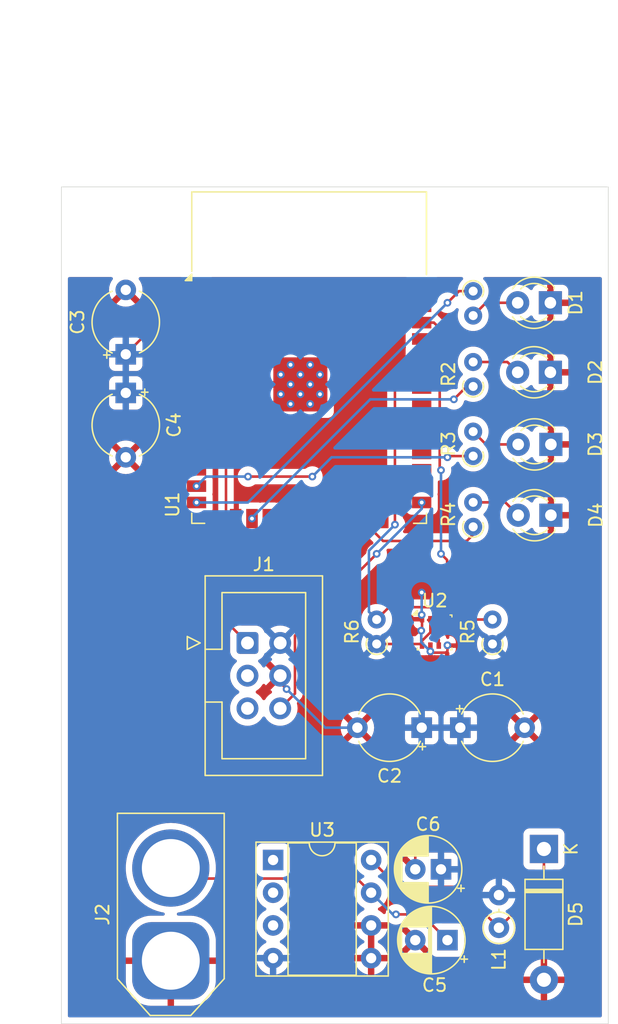
<source format=kicad_pcb>
(kicad_pcb (version 20240108) (generator "pcbnew") (generator_version "8.0")
  (layers (0 "F.Cu" signal) (31 "B.Cu" signal) (34 "B.Paste" user) (35 "F.Paste" user) (36 "B.SilkS" user "B.Silkscreen") (37 "F.SilkS" user "F.Silkscreen") (38 "B.Mask" user) (39 "F.Mask" user) (44 "Edge.Cuts" user))
  (net 0 "")
  (net 1 "+3.3V")
  (net 2 "GND")
  (net 3 "Net-(J2-Pin_2)")
  (net 4 "Net-(D1-A)")
  (net 5 "Net-(D2-A)")
  (net 6 "Net-(D3-A)")
  (net 7 "Net-(D4-A)")
  (net 8 "Net-(D5-K)")
  (net 11 "/IO0")
  (net 12 "/EN")
  (net 13 "Net-(U1-IO12)")
  (net 14 "Net-(U1-IO13)")
  (net 15 "Net-(U1-IO14)")
  (net 16 "Net-(U1-IO15)")
  (net 17 "/SCL")
  (net 18 "/SDA")
  (footprint "Capacitor_THT:CP_Radial_D5.0mm_P2.00mm" (layer "F.Cu") (at 124 75.5 180)
    (property "Reference" "C6" (at 1 3.5 0) (layer "F.SilkS"))
    (property "Value" "120uF")
    (pad "1" thru_hole rect (at 0 0 180) (size 1.6 1.6) (drill 0.8) (layers "*.Cu" "*.Mask") (net 1 "+3.3V"))
    (pad "2" thru_hole circle (at 2 0 180) (size 1.6 1.6) (drill 0.8) (layers "*.Cu" "*.Mask") (net 2 "GND"))
  )
  (footprint "Capacitor_THT:CP_Radial_Tantal_D5.0mm_P5.00mm" (layer "F.Cu") (at 99.5 38.5 -90)
    (property "Reference" "C4" (at 2.5 -3.75 90) (layer "F.SilkS"))
    (property "Value" "0.1uF")
    (pad "1" thru_hole rect (at 0 0 270) (size 1.6 1.6) (drill 0.8) (layers "*.Cu" "*.Mask") (net 1 "+3.3V"))
    (pad "2" thru_hole circle (at 5 0 270) (size 1.6 1.6) (drill 0.8) (layers "*.Cu" "*.Mask") (net 2 "GND"))
  )
  (footprint "Package_LGA:Bosch_LGA-8_2.5x2.5mm_P0.65mm_ClockwisePinNumbering" (layer "F.Cu") (at 123.5 57.1)
    (property "Reference" "U2" (at 0.015 -2.465 0) (layer "F.SilkS"))
    (property "Value" "BME280")
    (pad "1" smd rect (at -0.975 -1.025 90) (size 0.5 0.35) (layers "F.Cu" "F.Paste" "F.Mask") (net 2 "GND"))
    (pad "2" smd rect (at -0.325 -1.025 90) (size 0.5 0.35) (layers "F.Cu" "F.Paste" "F.Mask") (net 1 "+3.3V"))
    (pad "3" smd rect (at 0.325 -1.025 90) (size 0.5 0.35) (layers "F.Cu" "F.Paste" "F.Mask") (net 18 "/SDA"))
    (pad "4" smd rect (at 0.975 -1.025 90) (size 0.5 0.35) (layers "F.Cu" "F.Paste" "F.Mask") (net 17 "/SCL"))
    (pad "5" smd rect (at 0.975 1.025 90) (size 0.5 0.35) (layers "F.Cu" "F.Paste" "F.Mask") (net 2 "GND"))
    (pad "6" smd rect (at 0.325 1.025 90) (size 0.5 0.35) (layers "F.Cu" "F.Paste" "F.Mask") (net 1 "+3.3V"))
    (pad "7" smd rect (at -0.325 1.025 90) (size 0.5 0.35) (layers "F.Cu" "F.Paste" "F.Mask") (net 2 "GND"))
    (pad "8" smd rect (at -0.975 1.025 90) (size 0.5 0.35) (layers "F.Cu" "F.Paste" "F.Mask") (net 1 "+3.3V"))
  )
  (footprint "Inductor_THT:L_Axial_L5.3mm_D2.2mm_P2.54mm_Vertical_Vishay_IM-1" (layer "F.Cu") (at 128.5 80.04 90)
    (property "Reference" "L1" (at -2.46 0 90) (layer "F.SilkS"))
    (property "Value" "100uH")
    (pad "1" thru_hole circle (at 0 0 90) (size 1.6 1.6) (drill 0.8) (layers "*.Cu" "*.Mask") (net 8 "Net-(D5-K)"))
    (pad "2" thru_hole oval (at 2.54 0 90) (size 1.6 1.6) (drill 0.8) (layers "*.Cu" "*.Mask") (net 1 "+3.3V"))
  )
  (footprint "LED_THT:LED_D3.0mm" (layer "F.Cu") (at 132.5 36.9 180)
    (property "Reference" "D2" (at -3.5 0 90) (layer "F.SilkS"))
    (property "Value" "LED")
    (pad "1" thru_hole rect (at 0 0 180) (size 1.8 1.8) (drill 0.9) (layers "*.Cu" "*.Mask") (net 2 "GND"))
    (pad "2" thru_hole circle (at 2.54 0 180) (size 1.8 1.8) (drill 0.9) (layers "*.Cu" "*.Mask") (net 5 "Net-(D2-A)"))
  )
  (footprint "Connector_IDC:IDC-Header_2x03_P2.54mm_Vertical" (layer "F.Cu") (at 108.96 57.92)
    (property "Reference" "J1" (at 1.27 -6.1 0) (layer "F.SilkS"))
    (property "Value" "Conn_02x03_Odd_Even")
    (pad "1" thru_hole roundrect (at 0 0) (size 1.7 1.7) (drill 1) (layers "*.Cu" "*.Mask") (roundrect_rratio 0.147059) (net 12 "/EN"))
    (pad "2" thru_hole circle (at 2.54 0) (size 1.7 1.7) (drill 1) (layers "*.Cu" "*.Mask") (net 1 "+3.3V"))
    (pad "3" thru_hole circle (at 0 2.54) (size 1.7 1.7) (drill 1) (layers "*.Cu" "*.Mask"))
    (pad "4" thru_hole circle (at 2.54 2.54) (size 1.7 1.7) (drill 1) (layers "*.Cu" "*.Mask") (net 2 "GND"))
    (pad "5" thru_hole circle (at 0 5.08) (size 1.7 1.7) (drill 1) (layers "*.Cu" "*.Mask"))
    (pad "6" thru_hole circle (at 2.54 5.08) (size 1.7 1.7) (drill 1) (layers "*.Cu" "*.Mask") (net 11 "/IO0"))
  )
  (footprint "Diode_THT:D_DO-41_SOD81_P10.16mm_Horizontal" (layer "F.Cu") (at 132 73.92 -90)
    (property "Reference" "D5" (at 5.08 -2.47 90) (layer "F.SilkS"))
    (property "Value" "1N5817")
    (fp_text user "K" (at 0 -2.1 90) (layer "F.SilkS"))
    (pad "1" thru_hole rect (at 0 0 270) (size 2.2 2.2) (drill 1.1) (layers "*.Cu" "*.Mask") (net 8 "Net-(D5-K)"))
    (pad "2" thru_hole oval (at 10.16 0 270) (size 2.2 2.2) (drill 1.1) (layers "*.Cu" "*.Mask") (net 2 "GND"))
  )
  (footprint "Capacitor_THT:CP_Radial_Tantal_D5.0mm_P5.00mm" (layer "F.Cu") (at 99.5 35.5 90)
    (property "Reference" "C3" (at 2.5 -3.75 90) (layer "F.SilkS"))
    (property "Value" "1.0uF")
    (pad "1" thru_hole rect (at 0 0 90) (size 1.6 1.6) (drill 0.8) (layers "*.Cu" "*.Mask") (net 1 "+3.3V"))
    (pad "2" thru_hole circle (at 5 0 90) (size 1.6 1.6) (drill 0.8) (layers "*.Cu" "*.Mask") (net 2 "GND"))
  )
  (footprint "Resistor_THT:R_Axial_DIN0204_L3.6mm_D1.6mm_P1.90mm_Vertical" (layer "F.Cu") (at 126.5 38 90)
    (property "Reference" "R2" (at 0.95 -1.92 90) (layer "F.SilkS"))
    (property "Value" "130")
    (pad "1" thru_hole circle (at 0 0 90) (size 1.4 1.4) (drill 0.7) (layers "*.Cu" "*.Mask") (net 14 "Net-(U1-IO13)"))
    (pad "2" thru_hole oval (at 1.9 0 90) (size 1.4 1.4) (drill 0.7) (layers "*.Cu" "*.Mask") (net 5 "Net-(D2-A)"))
  )
  (footprint "RF_Module:ESP32-WROOM-32" (layer "F.Cu") (at 113.75 38.75)
    (property "Reference" "U1" (at -10.61 8.43 90) (layer "F.SilkS"))
    (property "Value" "ESP32-WROOM-32")
    (pad "1" smd rect (at -8.75 -8.25) (size 1.5 0.9) (layers "F.Cu" "F.Paste" "F.Mask") (net 2 "GND"))
    (pad "2" smd rect (at -8.75 -6.98) (size 1.5 0.9) (layers "F.Cu" "F.Paste" "F.Mask") (net 1 "+3.3V"))
    (pad "3" smd rect (at -8.75 -5.71) (size 1.5 0.9) (layers "F.Cu" "F.Paste" "F.Mask") (net 12 "/EN"))
    (pad "4" smd rect (at -8.75 -4.44) (size 1.5 0.9) (layers "F.Cu" "F.Paste" "F.Mask"))
    (pad "5" smd rect (at -8.75 -3.17) (size 1.5 0.9) (layers "F.Cu" "F.Paste" "F.Mask"))
    (pad "6" smd rect (at -8.75 -1.9) (size 1.5 0.9) (layers "F.Cu" "F.Paste" "F.Mask"))
    (pad "7" smd rect (at -8.75 -0.63) (size 1.5 0.9) (layers "F.Cu" "F.Paste" "F.Mask"))
    (pad "8" smd rect (at -8.75 0.64) (size 1.5 0.9) (layers "F.Cu" "F.Paste" "F.Mask"))
    (pad "9" smd rect (at -8.75 1.91) (size 1.5 0.9) (layers "F.Cu" "F.Paste" "F.Mask"))
    (pad "10" smd rect (at -8.75 3.18) (size 1.5 0.9) (layers "F.Cu" "F.Paste" "F.Mask"))
    (pad "11" smd rect (at -8.75 4.45) (size 1.5 0.9) (layers "F.Cu" "F.Paste" "F.Mask"))
    (pad "12" smd rect (at -8.75 5.72) (size 1.5 0.9) (layers "F.Cu" "F.Paste" "F.Mask"))
    (pad "13" smd rect (at -8.75 6.99) (size 1.5 0.9) (layers "F.Cu" "F.Paste" "F.Mask") (net 15 "Net-(U1-IO14)"))
    (pad "14" smd rect (at -8.75 8.26) (size 1.5 0.9) (layers "F.Cu" "F.Paste" "F.Mask") (net 13 "Net-(U1-IO12)"))
    (pad "15" smd rect (at -5.71 9.51 90) (size 1.5 0.9) (layers "F.Cu" "F.Paste" "F.Mask") (net 2 "GND"))
    (pad "16" smd rect (at -4.44 9.51 90) (size 1.5 0.9) (layers "F.Cu" "F.Paste" "F.Mask") (net 14 "Net-(U1-IO13)"))
    (pad "17" smd rect (at -3.17 9.51 90) (size 1.5 0.9) (layers "F.Cu" "F.Paste" "F.Mask"))
    (pad "18" smd rect (at -1.9 9.51 90) (size 1.5 0.9) (layers "F.Cu" "F.Paste" "F.Mask"))
    (pad "19" smd rect (at -0.63 9.51 90) (size 1.5 0.9) (layers "F.Cu" "F.Paste" "F.Mask"))
    (pad "20" smd rect (at 0.64 9.51 90) (size 1.5 0.9) (layers "F.Cu" "F.Paste" "F.Mask"))
    (pad "21" smd rect (at 1.91 9.51 90) (size 1.5 0.9) (layers "F.Cu" "F.Paste" "F.Mask"))
    (pad "22" smd rect (at 3.18 9.51 90) (size 1.5 0.9) (layers "F.Cu" "F.Paste" "F.Mask"))
    (pad "23" smd rect (at 4.45 9.51 90) (size 1.5 0.9) (layers "F.Cu" "F.Paste" "F.Mask") (net 16 "Net-(U1-IO15)"))
    (pad "24" smd rect (at 5.72 9.51 90) (size 1.5 0.9) (layers "F.Cu" "F.Paste" "F.Mask"))
    (pad "25" smd rect (at 8.75 8.26) (size 1.5 0.9) (layers "F.Cu" "F.Paste" "F.Mask") (net 11 "/IO0"))
    (pad "26" smd rect (at 8.75 6.99) (size 1.5 0.9) (layers "F.Cu" "F.Paste" "F.Mask"))
    (pad "27" smd rect (at 8.75 5.72) (size 1.5 0.9) (layers "F.Cu" "F.Paste" "F.Mask"))
    (pad "28" smd rect (at 8.75 4.45) (size 1.5 0.9) (layers "F.Cu" "F.Paste" "F.Mask"))
    (pad "29" smd rect (at 8.75 3.18) (size 1.5 0.9) (layers "F.Cu" "F.Paste" "F.Mask"))
    (pad "30" smd rect (at 8.75 1.91) (size 1.5 0.9) (layers "F.Cu" "F.Paste" "F.Mask"))
    (pad "31" smd rect (at 8.75 0.64) (size 1.5 0.9) (layers "F.Cu" "F.Paste" "F.Mask"))
    (pad "32" smd rect (at 8.75 -0.63) (size 1.5 0.9) (layers "F.Cu" "F.Paste" "F.Mask"))
    (pad "33" smd rect (at 8.75 -1.9) (size 1.5 0.9) (layers "F.Cu" "F.Paste" "F.Mask") (net 18 "/SDA"))
    (pad "34" smd rect (at 8.75 -3.17) (size 1.5 0.9) (layers "F.Cu" "F.Paste" "F.Mask"))
    (pad "35" smd rect (at 8.75 -4.44) (size 1.5 0.9) (layers "F.Cu" "F.Paste" "F.Mask"))
    (pad "36" smd rect (at 8.75 -5.71) (size 1.5 0.9) (layers "F.Cu" "F.Paste" "F.Mask") (net 17 "/SCL"))
    (pad "37" smd rect (at 8.75 -6.98) (size 1.5 0.9) (layers "F.Cu" "F.Paste" "F.Mask"))
    (pad "38" smd rect (at 8.75 -8.25) (size 1.5 0.9) (layers "F.Cu" "F.Paste" "F.Mask") (net 2 "GND"))
    (pad "39" smd rect (at -2.205 -2.435) (size 1.05 1.05) (layers "F.Cu" "F.Paste") (net 2 "GND"))
    (pad "39" thru_hole circle (at -2.205 -1.6725) (size 0.6 0.6) (drill 0.3) (property pad_prop_heatsink) (layers "*.Cu" "F.Mask") (net 2 "GND"))
    (pad "39" smd rect (at -2.205 -0.91) (size 1.05 1.05) (layers "F.Cu" "F.Paste") (net 2 "GND"))
    (pad "39" thru_hole circle (at -2.205 -0.1475) (size 0.6 0.6) (drill 0.3) (property pad_prop_heatsink) (layers "*.Cu" "F.Mask") (net 2 "GND"))
    (pad "39" smd rect (at -2.205 0.615) (size 1.05 1.05) (layers "F.Cu" "F.Paste") (net 2 "GND"))
    (pad "39" thru_hole circle (at -1.4425 -2.435) (size 0.6 0.6) (drill 0.3) (property pad_prop_heatsink) (layers "*.Cu" "F.Mask") (net 2 "GND"))
    (pad "39" thru_hole circle (at -1.4425 -0.91) (size 0.6 0.6) (drill 0.3) (property pad_prop_heatsink) (layers "*.Cu" "F.Mask") (net 2 "GND"))
    (pad "39" thru_hole circle (at -1.4425 0.615) (size 0.6 0.6) (drill 0.3) (property pad_prop_heatsink) (layers "*.Cu" "F.Mask") (net 2 "GND"))
    (pad "39" smd rect (at -0.68 -2.435) (size 1.05 1.05) (layers "F.Cu" "F.Paste") (net 2 "GND"))
    (pad "39" thru_hole circle (at -0.68 -1.6725) (size 0.6 0.6) (drill 0.3) (property pad_prop_heatsink) (layers "*.Cu" "F.Mask") (net 2 "GND"))
    (pad "39" smd rect (at -0.68 -0.91) (size 1.05 1.05) (layers "F.Cu" "F.Paste") (net 2 "GND"))
    (pad "39" smd rect (at -0.68 -0.91) (size 4.2 4.2) (layers "F.Cu" "F.Mask") (net 2 "GND"))
    (pad "39" thru_hole circle (at -0.68 -0.1475) (size 0.6 0.6) (drill 0.3) (property pad_prop_heatsink) (layers "*.Cu" "F.Mask") (net 2 "GND"))
    (pad "39" smd rect (at -0.68 0.615) (size 1.05 1.05) (layers "F.Cu" "F.Paste") (net 2 "GND"))
    (pad "39" thru_hole circle (at 0.0825 -2.435) (size 0.6 0.6) (drill 0.3) (property pad_prop_heatsink) (layers "*.Cu" "F.Mask") (net 2 "GND"))
    (pad "39" thru_hole circle (at 0.0825 -0.91) (size 0.6 0.6) (drill 0.3) (property pad_prop_heatsink) (layers "*.Cu" "F.Mask") (net 2 "GND"))
    (pad "39" thru_hole circle (at 0.0825 0.615) (size 0.6 0.6) (drill 0.3) (property pad_prop_heatsink) (layers "*.Cu" "F.Mask") (net 2 "GND"))
    (pad "39" smd rect (at 0.845 -2.435) (size 1.05 1.05) (layers "F.Cu" "F.Paste") (net 2 "GND"))
    (pad "39" thru_hole circle (at 0.845 -1.6725) (size 0.6 0.6) (drill 0.3) (property pad_prop_heatsink) (layers "*.Cu" "F.Mask") (net 2 "GND"))
    (pad "39" smd rect (at 0.845 -0.91) (size 1.05 1.05) (layers "F.Cu" "F.Paste") (net 2 "GND"))
    (pad "39" thru_hole circle (at 0.845 -0.1475) (size 0.6 0.6) (drill 0.3) (property pad_prop_heatsink) (layers "*.Cu" "F.Mask") (net 2 "GND"))
    (pad "39" smd rect (at 0.845 0.615) (size 1.05 1.05) (layers "F.Cu" "F.Paste") (net 2 "GND"))
    (zone (net 0) (net_name "") (layers "F.Cu" "In1.Cu" "B.Cu") (connect_pads (clearance 0)) (min_thickness 0.254)
      (keepout (tracks not_allowed) (vias not_allowed) (pads not_allowed) (copperpour not_allowed) (footprints not_allowed))
      (fill (thermal_gap 0.508) (thermal_bridge_width 0.508))
      (polygon (pts (xy 89.75 28.95) (xy 137.75 28.95) (xy 137.75 8.01) (xy 89.75 8.01)))
    )
  )
  (footprint "Resistor_THT:R_Axial_DIN0204_L3.6mm_D1.6mm_P1.90mm_Vertical" (layer "F.Cu") (at 126.5 30.595 -90)
    (property "Reference" "R1" (hide yes))
    (property "Value" "130")
    (pad "1" thru_hole circle (at 0 0 270) (size 1.4 1.4) (drill 0.7) (layers "*.Cu" "*.Mask") (net 13 "Net-(U1-IO12)"))
    (pad "2" thru_hole oval (at 1.9 0 270) (size 1.4 1.4) (drill 0.7) (layers "*.Cu" "*.Mask") (net 4 "Net-(D1-A)"))
  )
  (footprint "Capacitor_THT:CP_Radial_Tantal_D5.0mm_P5.00mm" (layer "F.Cu") (at 125.5 64.5)
    (property "Reference" "C1" (at 2.5 -3.75 0) (layer "F.SilkS"))
    (property "Value" "0.1uF")
    (pad "1" thru_hole rect (at 0 0) (size 1.6 1.6) (drill 0.8) (layers "*.Cu" "*.Mask") (net 1 "+3.3V"))
    (pad "2" thru_hole circle (at 5 0) (size 1.6 1.6) (drill 0.8) (layers "*.Cu" "*.Mask") (net 2 "GND"))
  )
  (footprint "Connector_AMASS:AMASS_XT60-F_1x02_P7.20mm_Vertical" (layer "F.Cu") (at 103 82.6 90)
    (property "Reference" "J2" (at 3.6 -5.3 90) (layer "F.SilkS"))
    (property "Value" "Conn_01x02")
    (pad "1" thru_hole roundrect (at 0 0 90) (size 6 6) (drill 4.5) (layers "*.Cu" "*.Mask") (net 2 "GND"))
    (pad "2" thru_hole circle (at 7.2 0 90) (size 6 6) (drill 4.5) (layers "*.Cu" "*.Mask") (net 3 "Net-(J2-Pin_2)"))
  )
  (footprint "Resistor_THT:R_Axial_DIN0204_L3.6mm_D1.6mm_P1.90mm_Vertical" (layer "F.Cu") (at 119 58 90)
    (property "Reference" "R6" (at 0.95 -1.92 90) (layer "F.SilkS"))
    (property "Value" "4.7k")
    (pad "1" thru_hole circle (at 0 0 90) (size 1.4 1.4) (drill 0.7) (layers "*.Cu" "*.Mask") (net 1 "+3.3V"))
    (pad "2" thru_hole oval (at 1.9 0 90) (size 1.4 1.4) (drill 0.7) (layers "*.Cu" "*.Mask") (net 18 "/SDA"))
  )
  (footprint "LED_THT:LED_D3.0mm" (layer "F.Cu") (at 132.54 42.5 180)
    (property "Reference" "D3" (at -3.46 0 90) (layer "F.SilkS"))
    (property "Value" "LED")
    (pad "1" thru_hole rect (at 0 0 180) (size 1.8 1.8) (drill 0.9) (layers "*.Cu" "*.Mask") (net 2 "GND"))
    (pad "2" thru_hole circle (at 2.54 0 180) (size 1.8 1.8) (drill 0.9) (layers "*.Cu" "*.Mask") (net 6 "Net-(D3-A)"))
  )
  (footprint "Capacitor_THT:CP_Radial_Tantal_D5.0mm_P5.00mm" (layer "F.Cu") (at 122.5 64.5 180)
    (property "Reference" "C2" (at 2.5 -3.75 0) (layer "F.SilkS"))
    (property "Value" "0.1uF")
    (pad "1" thru_hole rect (at 0 0 180) (size 1.6 1.6) (drill 0.8) (layers "*.Cu" "*.Mask") (net 1 "+3.3V"))
    (pad "2" thru_hole circle (at 5 0 180) (size 1.6 1.6) (drill 0.8) (layers "*.Cu" "*.Mask") (net 2 "GND"))
  )
  (footprint "LED_THT:LED_D3.0mm" (layer "F.Cu") (at 132.5 31.5 180)
    (property "Reference" "D1" (at -1.96 0 90) (layer "F.SilkS"))
    (property "Value" "LED")
    (pad "1" thru_hole rect (at 0 0 180) (size 1.8 1.8) (drill 0.9) (layers "*.Cu" "*.Mask") (net 2 "GND"))
    (pad "2" thru_hole circle (at 2.54 0 180) (size 1.8 1.8) (drill 0.9) (layers "*.Cu" "*.Mask") (net 4 "Net-(D1-A)"))
  )
  (footprint "Resistor_THT:R_Axial_DIN0204_L3.6mm_D1.6mm_P1.90mm_Vertical" (layer "F.Cu") (at 126.5 43.405 90)
    (property "Reference" "R3" (at 0.95 -1.92 90) (layer "F.SilkS"))
    (property "Value" "130")
    (pad "1" thru_hole circle (at 0 0 90) (size 1.4 1.4) (drill 0.7) (layers "*.Cu" "*.Mask") (net 15 "Net-(U1-IO14)"))
    (pad "2" thru_hole oval (at 1.9 0 90) (size 1.4 1.4) (drill 0.7) (layers "*.Cu" "*.Mask") (net 6 "Net-(D3-A)"))
  )
  (footprint "Resistor_THT:R_Axial_DIN0204_L3.6mm_D1.6mm_P1.90mm_Vertical" (layer "F.Cu") (at 126.5 48.9 90)
    (property "Reference" "R4" (at 0.95 -1.92 90) (layer "F.SilkS"))
    (property "Value" "130")
    (pad "1" thru_hole circle (at 0 0 90) (size 1.4 1.4) (drill 0.7) (layers "*.Cu" "*.Mask") (net 16 "Net-(U1-IO15)"))
    (pad "2" thru_hole oval (at 1.9 0 90) (size 1.4 1.4) (drill 0.7) (layers "*.Cu" "*.Mask") (net 7 "Net-(D4-A)"))
  )
  (footprint "Resistor_THT:R_Axial_DIN0204_L3.6mm_D1.6mm_P1.90mm_Vertical" (layer "F.Cu") (at 128 58 90)
    (property "Reference" "R5" (at 0.95 -1.92 90) (layer "F.SilkS"))
    (property "Value" "4.7k")
    (pad "1" thru_hole circle (at 0 0 90) (size 1.4 1.4) (drill 0.7) (layers "*.Cu" "*.Mask") (net 1 "+3.3V"))
    (pad "2" thru_hole oval (at 1.9 0 90) (size 1.4 1.4) (drill 0.7) (layers "*.Cu" "*.Mask") (net 17 "/SCL"))
  )
  (footprint "LED_THT:LED_D3.0mm" (layer "F.Cu") (at 132.54 48 180)
    (property "Reference" "D4" (at -3.5 0 90) (layer "F.SilkS"))
    (property "Value" "LED")
    (pad "1" thru_hole rect (at 0 0 180) (size 1.8 1.8) (drill 0.9) (layers "*.Cu" "*.Mask") (net 2 "GND"))
    (pad "2" thru_hole circle (at 2.54 0 180) (size 1.8 1.8) (drill 0.9) (layers "*.Cu" "*.Mask") (net 7 "Net-(D4-A)"))
  )
  (footprint "Package_DIP:DIP-8_W7.62mm_Socket" (layer "F.Cu") (at 110.95 74.7775)
    (property "Reference" "U3" (at 3.81 -2.33 0) (layer "F.SilkS"))
    (property "Value" "LM2594HVN-3.3")
    (pad "1" thru_hole rect (at 0 0) (size 1.6 1.6) (drill 0.8) (layers "*.Cu" "*.Mask"))
    (pad "2" thru_hole oval (at 0 2.54) (size 1.6 1.6) (drill 0.8) (layers "*.Cu" "*.Mask"))
    (pad "3" thru_hole oval (at 0 5.08) (size 1.6 1.6) (drill 0.8) (layers "*.Cu" "*.Mask"))
    (pad "4" thru_hole oval (at 0 7.62) (size 1.6 1.6) (drill 0.8) (layers "*.Cu" "*.Mask") (net 1 "+3.3V"))
    (pad "5" thru_hole oval (at 7.62 7.62) (size 1.6 1.6) (drill 0.8) (layers "*.Cu" "*.Mask") (net 2 "GND"))
    (pad "6" thru_hole oval (at 7.62 5.08) (size 1.6 1.6) (drill 0.8) (layers "*.Cu" "*.Mask") (net 2 "GND"))
    (pad "7" thru_hole oval (at 7.62 2.54) (size 1.6 1.6) (drill 0.8) (layers "*.Cu" "*.Mask") (net 3 "Net-(J2-Pin_2)"))
    (pad "8" thru_hole oval (at 7.62 0) (size 1.6 1.6) (drill 0.8) (layers "*.Cu" "*.Mask") (net 8 "Net-(D5-K)"))
  )
  (footprint "Capacitor_THT:CP_Radial_D5.0mm_P2.50mm" (layer "F.Cu") (at 124.5 81 180)
    (property "Reference" "C5" (at 1 -3.5 0) (layer "F.SilkS"))
    (property "Value" "6.8uF")
    (pad "1" thru_hole rect (at 0 0 180) (size 1.6 1.6) (drill 0.8) (layers "*.Cu" "*.Mask") (net 3 "Net-(J2-Pin_2)"))
    (pad "2" thru_hole circle (at 2.5 0 180) (size 1.6 1.6) (drill 0.8) (layers "*.Cu" "*.Mask") (net 2 "GND"))
  )
  (gr_rect (start 94.5 22.5) (end 137 87.5) (stroke (width 0.05)) (fill none) (layer "Edge.Cuts"))
  (segment (start 123.25 57.1) (end 123.175 57.1) (width 0.2) (layer "F.Cu") (net 1))
  (segment (start 122.4 58) (end 122.525 58.125) (width 0.2) (layer "F.Cu") (net 1))
  (segment (start 103.23 31.77) (end 99.5 35.5) (width 0.2) (layer "F.Cu") (net 1))
  (segment (start 119 58) (end 122.4 58) (width 0.2) (layer "F.Cu") (net 1))
  (segment (start 123.175 56.075) (end 123.175 57.1) (width 0.2) (layer "F.Cu") (net 1))
  (segment (start 105 31.77) (end 103.23 31.77) (width 0.2) (layer "F.Cu") (net 1))
  (segment (start 122.525 57.75) (end 122.525 58.125) (width 0.2) (layer "F.Cu") (net 1))
  (segment (start 123.065 56.075) (end 123 56.14) (width 0.2) (layer "F.Cu") (net 1))
  (segment (start 99.5 35.5) (end 100 35.5) (width 0.2) (layer "F.Cu") (net 1))
  (segment (start 123.825 57.675) (end 123.25 57.1) (width 0.2) (layer "F.Cu") (net 1))
  (segment (start 123.175 57.1) (end 122.525 57.75) (width 0.2) (layer "F.Cu") (net 1))
  (segment (start 123.825 58.125) (end 123.825 57.675) (width 0.2) (layer "F.Cu") (net 1))
  (segment (start 122.5 64.5) (end 123.175 65.175) (width 0.2) (layer "F.Cu") (net 1))
  (segment (start 121.925 56.075) (end 121.5 56.5) (width 0.2) (layer "F.Cu") (net 2))
  (segment (start 124.375 58.675) (end 124.500002 58.549998) (width 0.2) (layer "F.Cu") (net 2))
  (segment (start 122.525 56.90147) (end 122.463235 56.963235) (width 0.2) (layer "F.Cu") (net 2))
  (segment (start 122.525 55.765) (end 122.5 55.74) (width 0.2) (layer "F.Cu") (net 2))
  (segment (start 123.175 58.125) (end 123.175 58.575) (width 0.2) (layer "F.Cu") (net 2))
  (segment (start 111.5 61) (end 112 61.5) (width 0.2) (layer "F.Cu") (net 2))
  (segment (start 124.500002 58.549998) (end 124.500002 58.1) (width 0.2) (layer "F.Cu") (net 2))
  (segment (start 122 75.5) (end 122 73.5) (width 0.2) (layer "F.Cu") (net 2))
  (segment (start 122.525 56.075) (end 121.925 56.075) (width 0.2) (layer "F.Cu") (net 2))
  (segment (start 123.175 58.575) (end 123.275 58.675) (width 0.2) (layer "F.Cu") (net 2))
  (segment (start 122 73.5) (end 121 72.5) (width 0.2) (layer "F.Cu") (net 2))
  (segment (start 132.54 36.94) (end 132.5 36.9) (width 0.2) (layer "F.Cu") (net 2))
  (segment (start 123.275 58.675) (end 124.375 58.675) (width 0.2) (layer "F.Cu") (net 2))
  (segment (start 130.5 64.5) (end 130 64.5) (width 0.2) (layer "F.Cu") (net 2))
  (segment (start 122 81) (end 121.5 81) (width 0.2) (layer "F.Cu") (net 2))
  (segment (start 105 30.5) (end 105.73 30.5) (width 0.2) (layer "F.Cu") (net 2))
  (segment (start 122.525 56.075) (end 122.525 56.90147) (width 0.2) (layer "F.Cu") (net 2))
  (segment (start 122.525 56.075) (end 122.525 55.765) (width 0.2) (layer "F.Cu") (net 2))
  (segment (start 122.5 54) (end 122.5 54.5) (width 0.2) (layer "F.Cu") (net 2))
  (segment (start 103 82.6) (end 103.8975 83.4975) (width 0.2) (layer "F.Cu") (net 2))
  (segment (start 111.5 60.46) (end 111.5 61) (width 0.2) (layer "F.Cu") (net 2))
  (via (at 124.500002 58.1) (size 0.6) (drill 0.3) (layers "F.Cu" "B.Cu") (net 2))
  (via (at 122.5 54) (size 0.6) (drill 0.3) (layers "F.Cu" "B.Cu") (net 2))
  (via (at 112 61.5) (size 0.6) (drill 0.3) (layers "F.Cu" "B.Cu") (net 2))
  (via (at 123.175 58.575) (size 0.6) (drill 0.3) (layers "F.Cu" "B.Cu") (net 2))
  (via (at 122.5 55.74) (size 0.6) (drill 0.3) (layers "F.Cu" "B.Cu") (net 2))
  (via (at 122.463235 56.963235) (size 0.6) (drill 0.3) (layers "F.Cu" "B.Cu") (net 2))
  (segment (start 112 61.5) (end 115 64.5) (width 0.2) (layer "B.Cu") (net 2))
  (segment (start 122.463235 56.963235) (end 122.463235 57.863235) (width 0.2) (layer "B.Cu") (net 2))
  (segment (start 122.5 55.74) (end 122.5 54) (width 0.2) (layer "B.Cu") (net 2))
  (segment (start 124.5 58.099998) (end 124.500002 58.1) (width 0.2) (layer "B.Cu") (net 2))
  (segment (start 122.463235 57.863235) (end 123.175 58.575) (width 0.2) (layer "B.Cu") (net 2))
  (segment (start 115 64.5) (end 117.5 64.5) (width 0.2) (layer "B.Cu") (net 2))
  (segment (start 122.5 79) (end 120.5 79) (width 0.2) (layer "F.Cu") (net 3))
  (segment (start 124.5 81) (end 122.5 79) (width 0.2) (layer "F.Cu") (net 3))
  (segment (start 103.8175 76.2175) (end 117.47 76.2175) (width 0.2) (layer "F.Cu") (net 3))
  (segment (start 103 75.4) (end 103.8175 76.2175) (width 0.2) (layer "F.Cu") (net 3))
  (segment (start 117.47 76.2175) (end 118.57 77.3175) (width 0.2) (layer "F.Cu") (net 3))
  (via (at 120.5 79) (size 0.6) (drill 0.3) (layers "F.Cu" "B.Cu") (net 3))
  (segment (start 120.2525 79) (end 118.57 77.3175) (width 0.2) (layer "B.Cu") (net 3))
  (segment (start 120.5 79) (end 120.2525 79) (width 0.2) (layer "B.Cu") (net 3))
  (segment (start 129.96 31.5) (end 127.495 31.5) (width 0.2) (layer "F.Cu") (net 4))
  (segment (start 127.495 31.5) (end 126.5 32.495) (width 0.2) (layer "F.Cu") (net 4))
  (segment (start 129.16 36.1) (end 129.96 36.9) (width 0.2) (layer "F.Cu") (net 5))
  (segment (start 126.5 36.1) (end 129.16 36.1) (width 0.2) (layer "F.Cu") (net 5))
  (segment (start 127.495 42.5) (end 130 42.5) (width 0.2) (layer "F.Cu") (net 6))
  (segment (start 126.5 41.505) (end 127.495 42.5) (width 0.2) (layer "F.Cu") (net 6))
  (segment (start 129 47) (end 130 48) (width 0.2) (layer "F.Cu") (net 7))
  (segment (start 126.5 47) (end 129 47) (width 0.2) (layer "F.Cu") (net 7))
  (segment (start 125.321865 76.861865) (end 120.654365 76.861865) (width 0.2) (layer "F.Cu") (net 8))
  (segment (start 132 76.54) (end 128.5 80.04) (width 0.2) (layer "F.Cu") (net 8))
  (segment (start 128.5 80.04) (end 128.5 80) (width 0.2) (layer "F.Cu") (net 8))
  (segment (start 128.5 80.04) (end 125.321865 76.861865) (width 0.2) (layer "F.Cu") (net 8))
  (segment (start 132 73.92) (end 132 76.54) (width 0.2) (layer "F.Cu") (net 8))
  (segment (start 120.654365 76.861865) (end 118.57 74.7775) (width 0.2) (layer "F.Cu") (net 8))
  (segment (start 112.65 61.85) (end 112.65 57.35) (width 0.2) (layer "F.Cu") (net 11))
  (segment (start 111.5 63) (end 112.65 61.85) (width 0.2) (layer "F.Cu") (net 11))
  (segment (start 112.65 57.35) (end 119 51) (width 0.2) (layer "F.Cu") (net 11))
  (via (at 119 51) (size 0.6) (drill 0.3) (layers "F.Cu" "B.Cu") (net 11))
  (via (at 122.5 47.01) (size 0.6) (drill 0.3) (layers "F.Cu" "B.Cu") (net 11))
  (segment (start 119 51) (end 122.5 47.5) (width 0.2) (layer "B.Cu") (net 11))
  (segment (start 122.5 47.5) (end 122.5 47.01) (width 0.2) (layer "B.Cu") (net 11))
  (segment (start 105.95 33.04) (end 105 33.04) (width 0.2) (layer "F.Cu") (net 12))
  (segment (start 108.96 57.92) (end 107.29 56.25) (width 0.2) (layer "F.Cu") (net 12))
  (segment (start 107.29 56.25) (end 107.29 34.38) (width 0.2) (layer "F.Cu") (net 12))
  (segment (start 107.29 34.38) (end 105.95 33.04) (width 0.2) (layer "F.Cu") (net 12))
  (segment (start 125.405 30.595) (end 124.5 31.5) (width 0.2) (layer "F.Cu") (net 13))
  (segment (start 126.5 30.595) (end 125.405 30.595) (width 0.2) (layer "F.Cu") (net 13))
  (segment (start 126.5 30.595) (end 126.5 30.5) (width 0.2) (layer "F.Cu") (net 13))
  (via (at 105 47.01) (size 0.6) (drill 0.3) (layers "F.Cu" "B.Cu") (net 13))
  (via (at 124.5 31.5) (size 0.6) (drill 0.3) (layers "F.Cu" "B.Cu") (net 13))
  (segment (start 108.99 47.01) (end 105 47.01) (width 0.2) (layer "B.Cu") (net 13))
  (segment (start 124.5 31.5) (end 108.99 47.01) (width 0.2) (layer "B.Cu") (net 13))
  (segment (start 126 38) (end 125 39) (width 0.2) (layer "F.Cu") (net 14))
  (segment (start 126.5 38) (end 126 38) (width 0.2) (layer "F.Cu") (net 14))
  (via (at 125 39) (size 0.6) (drill 0.3) (layers "F.Cu" "B.Cu") (net 14))
  (via (at 109.31 48.26) (size 0.6) (drill 0.3) (layers "F.Cu" "B.Cu") (net 14))
  (segment (start 125 39) (end 118.5 39) (width 0.2) (layer "B.Cu") (net 14))
  (segment (start 118.5 39) (end 109.31 48.19) (width 0.2) (layer "B.Cu") (net 14))
  (segment (start 109.31 48.19) (end 109.31 48.26) (width 0.2) (layer "B.Cu") (net 14))
  (segment (start 124.595 43.405) (end 124.5 43.5) (width 0.2) (layer "F.Cu") (net 15))
  (segment (start 126.5 43.405) (end 124.595 43.405) (width 0.2) (layer "F.Cu") (net 15))
  (segment (start 114 45) (end 109 45) (width 0.2) (layer "F.Cu") (net 15))
  (via (at 124.5 43.5) (size 0.6) (drill 0.3) (layers "F.Cu" "B.Cu") (net 15))
  (via (at 105 45.74) (size 0.6) (drill 0.3) (layers "F.Cu" "B.Cu") (net 15))
  (via (at 114 45) (size 0.6) (drill 0.3) (layers "F.Cu" "B.Cu") (net 15))
  (via (at 109 45) (size 0.6) (drill 0.3) (layers "F.Cu" "B.Cu") (net 15))
  (segment (start 109 45) (end 105.74 45) (width 0.2) (layer "B.Cu") (net 15))
  (segment (start 115.5 43.5) (end 114 45) (width 0.2) (layer "B.Cu") (net 15))
  (segment (start 124.5 43.5) (end 115.5 43.5) (width 0.2) (layer "B.Cu") (net 15))
  (segment (start 105.74 45) (end 105 45.74) (width 0.2) (layer "B.Cu") (net 15))
  (segment (start 126.5 48.9) (end 126.5 49.5) (width 0.2) (layer "F.Cu") (net 16))
  (segment (start 119.5 50) (end 118.2 48.7) (width 0.2) (layer "F.Cu") (net 16))
  (segment (start 126 50) (end 119.5 50) (width 0.2) (layer "F.Cu") (net 16))
  (segment (start 118.2 48.7) (end 118.2 48.26) (width 0.2) (layer "F.Cu") (net 16))
  (segment (start 126.5 49.5) (end 126 50) (width 0.2) (layer "F.Cu") (net 16))
  (segment (start 123.9 33.49) (end 123.45 33.04) (width 0.2) (layer "F.Cu") (net 17))
  (segment (start 124.5 56.1) (end 124.475 56.075) (width 0.2) (layer "F.Cu") (net 17))
  (segment (start 123.45 33.04) (end 122.5 33.04) (width 0.2) (layer "F.Cu") (net 17))
  (segment (start 128 56.1) (end 124.5 56.1) (width 0.2) (layer "F.Cu") (net 17))
  (segment (start 123.9 44.4) (end 123.9 33.49) (width 0.2) (layer "F.Cu") (net 17))
  (segment (start 124.475 56.075) (end 124.475 51.475) (width 0.2) (layer "F.Cu") (net 17))
  (segment (start 124 44.5) (end 123.9 44.4) (width 0.2) (layer "F.Cu") (net 17))
  (segment (start 124.475 51.475) (end 124 51) (width 0.2) (layer "F.Cu") (net 17))
  (via (at 124 51) (size 0.6) (drill 0.3) (layers "F.Cu" "B.Cu") (net 17))
  (via (at 124 44.5) (size 0.6) (drill 0.3) (layers "F.Cu" "B.Cu") (net 17))
  (segment (start 124 51) (end 124 44.5) (width 0.2) (layer "B.Cu") (net 17))
  (segment (start 123.935 56.075) (end 124 56.14) (width 0.2) (layer "F.Cu") (net 18))
  (segment (start 124 56.14) (end 124 55.875) (width 0.2) (layer "F.Cu") (net 18))
  (segment (start 123.825 56.075) (end 123.935 56.075) (width 0.2) (layer "F.Cu") (net 18))
  (segment (start 124 55.875) (end 123.265 55.14) (width 0.2) (layer "F.Cu") (net 18))
  (segment (start 121.55 36.85) (end 120.419999 37.980001) (width 0.2) (layer "F.Cu") (net 18))
  (segment (start 120.419999 37.980001) (end 120.419999 48.731471) (width 0.2) (layer "F.Cu") (net 18))
  (segment (start 119.96 55.14) (end 119 56.1) (width 0.2) (layer "F.Cu") (net 18))
  (segment (start 122.5 36.85) (end 121.55 36.85) (width 0.2) (layer "F.Cu") (net 18))
  (segment (start 123.265 55.14) (end 119.96 55.14) (width 0.2) (layer "F.Cu") (net 18))
  (via (at 120.419999 48.731471) (size 0.6) (drill 0.3) (layers "F.Cu" "B.Cu") (net 18))
  (segment (start 118.4 55.5) (end 119 56.1) (width 0.2) (layer "B.Cu") (net 18))
  (segment (start 118.4 50.75147) (end 118.4 55.5) (width 0.2) (layer "B.Cu") (net 18))
  (segment (start 120.419999 48.731471) (end 118.4 50.75147) (width 0.2) (layer "B.Cu") (net 18))
  (zone (net 2) (net_name "GND") (layer "F.Cu") (connect_pads (clearance 0.5)) (min_thickness 0.25) (fill yes (thermal_gap 0.5) (thermal_bridge_width 0.5))
    (polygon (pts (xy 137 87.5) (xy 137 29.5) (xy 94.5 29.5) (xy 94.5 87.5)))
  )
  (zone (net 1) (net_name "+3.3V") (layer "B.Cu") (priority 1) (connect_pads (clearance 0.5)) (min_thickness 0.25) (fill yes (thermal_gap 0.5) (thermal_bridge_width 0.5))
    (polygon (pts (xy 137 87.5) (xy 137 29.5) (xy 94.5 29.5) (xy 94.5 87.5)))
  )
)
</source>
